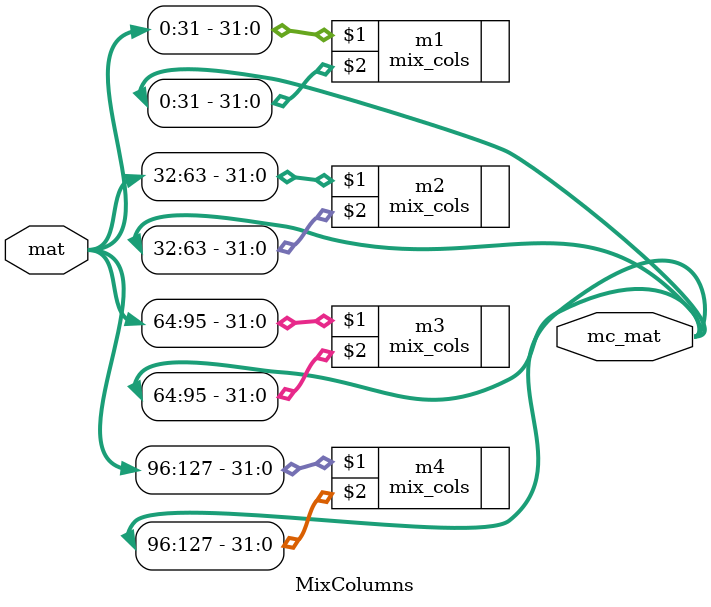
<source format=v>
`include "mix_cols.v"

module MixColumns(mc_mat,mat);

input [0:127] mat;
output [0:127] mc_mat;


    mix_cols m1(mat[0:31], mc_mat[0:31]);
    mix_cols m2(mat[32:63], mc_mat[32:63]);
    mix_cols m3(mat[64:95], mc_mat[64:95]);
    mix_cols m4(mat[96:127], mc_mat[96:127]);


endmodule
</source>
